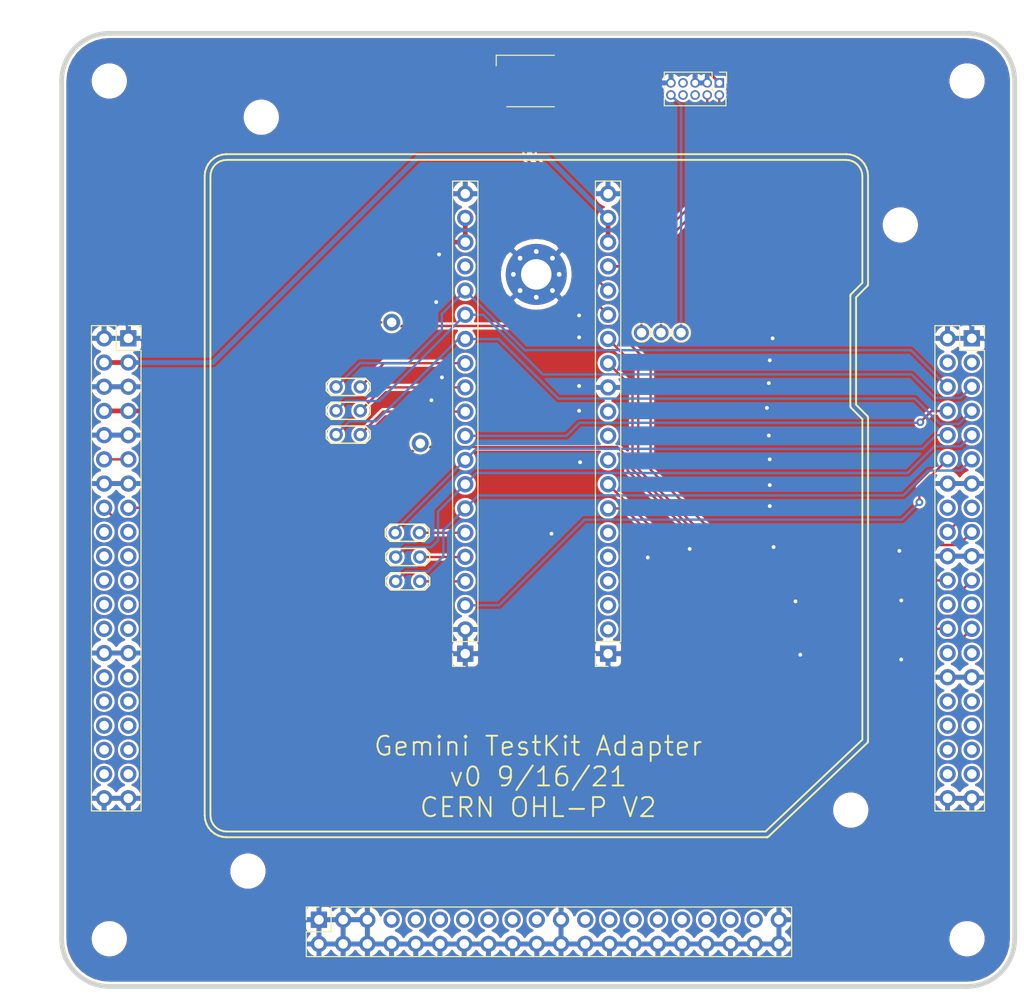
<source format=kicad_pcb>
(kicad_pcb (version 20171130) (host pcbnew "(5.1.10-1-10_14)")
  (title_block (title "Castor & Pollux: testkit-adapter") (date 2021-02-27) (rev v3) (company Winterbloom) (comment 1 gemini.wntr.dev) (comment 2 "CERN-OHL-P v2"))
  (layers (0 F.Cu signal) (31 B.Cu signal) (34 B.Paste user) (35 F.Paste user) (36 B.SilkS user) (37 F.SilkS user) (38 B.Mask user) (39 F.Mask user) (44 Edge.Cuts user))
  (net 0 "")
  (net 1 GND)
  (net 2 -12V)
  (net 3 +12V)
  (net 4 +3V3)
  (net 5 /dotstar_data)
  (net 6 /dotstar_clk)
  (net 7 "Net-(J3-Pad10)")
  (net 8 "Net-(J3-Pad8)")
  (net 9 "Net-(J3-Pad7)")
  (net 10 "Net-(J3-Pad6)")
  (net 11 "Net-(J3-Pad4)")
  (net 12 "Net-(J3-Pad2)")
  (net 13 "Net-(D1-Pad6)")
  (net 14 "Net-(D1-Pad5)")
  (net 15 /pollux_ramp_mix_in)
  (net 16 /pollux_pwm_mix_in)
  (net 17 /pollux_sub_mix_in)
  (net 18 /castor_ramp_mix_in)
  (net 19 /castor_pwm_mix_in)
  (net 20 /castor_sub_mix_in)
  (net 21 /duty_a_pot)
  (net 22 /duty_b_pot)
  (net 23 /duty_b_jack)
  (net 24 /button)
  (net 25 /duty_a_jack)
  (net 26 /mix_pot_out)
  (net 27 /mix_pot_in)
  (net 28 /mix_out)
  (net 29 "Net-(J4-Pad38)")
  (net 30 "Net-(J4-Pad37)")
  (net 31 "Net-(J5-Pad37)")
  (net 32 "Net-(J5-Pad35)")
  (net 33 "Net-(J5-Pad33)")
  (net 34 "Net-(J5-Pad31)")
  (net 35 "Net-(J5-Pad19)")
  (net 36 "Net-(J5-Pad17)")
  (net 37 "Net-(J5-Pad15)")
  (net 38 "Net-(J5-Pad13)")
  (net 39 "Net-(J5-Pad11)")
  (net 40 "Net-(J5-Pad9)")
  (net 41 "Net-(J5-Pad7)")
  (net 42 "Net-(H2-Pad1)")
  (net 43 "Net-(H3-Pad1)")
  (net 44 "Net-(H4-Pad1)")
  (net 45 "Net-(H5-Pad1)")
  (net 46 /board_3v3)
  (net 47 /board_3v3a)
  (net 48 A19)
  (net 49 A20)
  (net 50 A17)
  (net 51 A18)
  (net 52 A16)
  (net 53 A15)
  (net 54 A14)
  (net 55 A13)
  (net 56 A12*)
  (net 57 A11*)
  (net 58 A10*)
  (net 59 A9*)
  (net 60 A8*)
  (net 61 A7*)
  (net 62 A6*)
  (net 63 A5*)
  (net 64 A4*)
  (net 65 A3*)
  (net 66 A2*)
  (net 67 A1*)
  (net 68 DAC_3D)
  (net 69 DAC_3C)
  (net 70 DAC_3A)
  (net 71 DAC_3B)
  (net 72 DAC_4D)
  (net 73 DAC_4C)
  (net 74 DAC_4A)
  (net 75 DAC_4B)
  (net 76 DAC_1D)
  (net 77 DAC_1C)
  (net 78 DAC_1A)
  (net 79 DAC_1B)
  (net 80 DAC_2D)
  (net 81 DAC_2C)
  (net 82 DAC_2A)
  (net 83 DAC_2B)
  (net 84 OSC_C)
  (net 85 OSC_D)
  (net 86 AUDIO_IN_1D)
  (net 87 AUDIO_IN_1C)
  (net 88 AUDIO_IN_1A)
  (net 89 AUDIO_IN_1B)
  (net 90 AUDIO_IN_2D)
  (net 91 AUDIO_IN_2C)
  (net 92 AUDIO_IN_2A)
  (net 93 AUDIO_IN_2B)
  (net 94 AUDIO_OUT_R)
  (net 95 AUDIO_OUT_L)
  (net 96 "Net-(H6-Pad1)")
  (net 97 "Net-(H7-Pad1)")
  (net 98 "Net-(H8-Pad1)")
  (net 99 "Net-(H9-Pad1)")
  (net 100 SERIAL1.3)
  (net 101 SERIAL1.2)
  (net 102 SERIAL1.1)
  (net 103 SERIAL1.0)
  (module MountingHole:MountingHole_3.2mm_M3 (layer F.Cu) (at 157.8 130.5)
    (fp_text reference H9 hide)
    (fp_text value M3 hide)
    (pad 1 np_thru_hole circle (at 0 0) (size 3.2 3.2) (drill 3.2) (layers *.Cu *.Mask) (net 99 "Net-(H9-Pad1)"))
  )
  (module MountingHole:MountingHole_3.2mm_M3 (layer F.Cu) (at 163 69.1)
    (fp_text reference H8 hide)
    (fp_text value M3 hide)
    (pad 1 np_thru_hole circle (at 0 0) (size 3.2 3.2) (drill 3.2) (layers *.Cu *.Mask) (net 98 "Net-(H8-Pad1)"))
  )
  (module MountingHole:MountingHole_3.2mm_M3 (layer F.Cu) (at 94.55 136.9)
    (fp_text reference H7 hide)
    (fp_text value M3 hide)
    (pad 1 np_thru_hole circle (at 0 0) (size 3.2 3.2) (drill 3.2) (layers *.Cu *.Mask) (net 97 "Net-(H7-Pad1)"))
  )
  (module MountingHole:MountingHole_3.2mm_M3 (layer F.Cu) (at 95.95 57.8)
    (fp_text reference H6 hide)
    (fp_text value M3 hide)
    (pad 1 np_thru_hole circle (at 0 0) (size 3.2 3.2) (drill 3.2) (layers *.Cu *.Mask) (net 96 "Net-(H6-Pad1)"))
  )
  (module TestPoint:TestPoint_2Pads_Pitch2.54mm_Drill0.8mm (layer F.Cu) (at 110.05 106.5)
    (fp_text reference JP6 hide)
    (fp_text value "C Sub Mix" hide)
    (pad 2 thru_hole circle (at 2.54 0) (size 1.4 1.4) (drill 0.8) (layers *.Cu *.Mask) (net 20 /castor_sub_mix_in))
    (pad 1 thru_hole circle (at 0 0) (size 1.4 1.4) (drill 0.8) (layers *.Cu *.Mask) (net 87 AUDIO_IN_1C))
  )
  (module TestPoint:TestPoint_2Pads_Pitch2.54mm_Drill0.8mm (layer F.Cu) (at 110.05 103.95)
    (fp_text reference JP5 hide)
    (fp_text value "C Pulse Mix" hide)
    (pad 2 thru_hole circle (at 2.54 0) (size 1.4 1.4) (drill 0.8) (layers *.Cu *.Mask) (net 19 /castor_pwm_mix_in))
    (pad 1 thru_hole circle (at 0 0) (size 1.4 1.4) (drill 0.8) (layers *.Cu *.Mask) (net 89 AUDIO_IN_1B))
  )
  (module TestPoint:TestPoint_2Pads_Pitch2.54mm_Drill0.8mm (layer F.Cu) (at 110 101.4)
    (fp_text reference JP4 hide)
    (fp_text value "C Ramp Mix" hide)
    (pad 2 thru_hole circle (at 2.54 0) (size 1.4 1.4) (drill 0.8) (layers *.Cu *.Mask) (net 18 /castor_ramp_mix_in))
    (pad 1 thru_hole circle (at 0 0) (size 1.4 1.4) (drill 0.8) (layers *.Cu *.Mask) (net 88 AUDIO_IN_1A))
  )
  (module TestPoint:TestPoint_2Pads_Pitch2.54mm_Drill0.8mm (layer F.Cu) (at 103.8 91.1)
    (fp_text reference JP3 hide)
    (fp_text value "P Sub Mix" hide)
    (pad 2 thru_hole circle (at 2.54 0) (size 1.4 1.4) (drill 0.8) (layers *.Cu *.Mask) (net 17 /pollux_sub_mix_in))
    (pad 1 thru_hole circle (at 0 0) (size 1.4 1.4) (drill 0.8) (layers *.Cu *.Mask) (net 91 AUDIO_IN_2C))
  )
  (module TestPoint:TestPoint_2Pads_Pitch2.54mm_Drill0.8mm (layer F.Cu) (at 103.8 88.6)
    (fp_text reference JP2 hide)
    (fp_text value "P Pulse Mix" hide)
    (pad 2 thru_hole circle (at 2.54 0) (size 1.4 1.4) (drill 0.8) (layers *.Cu *.Mask) (net 16 /pollux_pwm_mix_in))
    (pad 1 thru_hole circle (at 0 0) (size 1.4 1.4) (drill 0.8) (layers *.Cu *.Mask) (net 93 AUDIO_IN_2B))
  )
  (module TestPoint:TestPoint_2Pads_Pitch2.54mm_Drill0.8mm (layer F.Cu) (at 103.8 86.1)
    (fp_text reference JP1 hide)
    (fp_text value "P Ramp Mix" hide)
    (pad 2 thru_hole circle (at 2.54 0) (size 1.4 1.4) (drill 0.8) (layers *.Cu *.Mask) (net 15 /pollux_ramp_mix_in))
    (pad 1 thru_hole circle (at 0 0) (size 1.4 1.4) (drill 0.8) (layers *.Cu *.Mask) (net 92 AUDIO_IN_2A))
  )
  (module TestPoint:TestPoint_THTPad_D1.5mm_Drill0.7mm (layer F.Cu) (at 109.63194 79.32362)
    (fp_text reference TP4 hide)
    (fp_text value "CORE A" hide)
    (pad 1 thru_hole circle (at 0 0) (size 1.8 1.8) (drill 1) (layers *.Cu *.Mask) (net 67 A1*))
  )
  (module TestPoint:TestPoint_THTPad_D1.5mm_Drill0.7mm (layer F.Cu) (at 112.63676 92.03124)
    (fp_text reference TP5 hide)
    (fp_text value "CORE B" hide)
    (pad 1 thru_hole circle (at 0 0) (size 1.8 1.8) (drill 1) (layers *.Cu *.Mask) (net 66 A2*))
  )
  (module TestPoint:TestPoint_THTPad_D1.5mm_Drill0.7mm (layer F.Cu) (at 135.8422 80.4082)
    (fp_text reference TP1 hide)
    (fp_text value SWCLK hide)
    (pad 1 thru_hole circle (at 0 0) (size 1.6 1.6) (drill 1) (layers *.Cu *.Mask) (net 11 "Net-(J3-Pad4)"))
  )
  (module TestPoint:TestPoint_THTPad_D1.5mm_Drill0.7mm (layer F.Cu) (at 137.8869 80.4082)
    (fp_text reference TP2 hide)
    (fp_text value SWDIO hide)
    (pad 1 thru_hole circle (at 0 0) (size 1.6 1.6) (drill 1) (layers *.Cu *.Mask) (net 12 "Net-(J3-Pad2)"))
  )
  (module TestPoint:TestPoint_THTPad_D1.5mm_Drill0.7mm (layer F.Cu) (at 139.9951 80.4082)
    (fp_text reference TP3 hide)
    (fp_text value RESET hide)
    (pad 1 thru_hole circle (at 0 0) (size 1.6 1.6) (drill 1) (layers *.Cu *.Mask) (net 7 "Net-(J3-Pad10)"))
  )
  (module MountingHole:MountingHole_3.2mm_M3 (layer F.Cu) (at 80 144)
    (fp_text reference H5 hide)
    (fp_text value M3 hide)
    (pad 1 np_thru_hole circle (at 0 0) (size 3.2 3.2) (drill 3.2) (layers *.Cu *.Mask) (net 45 "Net-(H5-Pad1)"))
  )
  (module MountingHole:MountingHole_3.2mm_M3 (layer F.Cu) (at 170 54)
    (fp_text reference H4 hide)
    (fp_text value M3 hide)
    (pad 1 np_thru_hole circle (at 0 0) (size 3.2 3.2) (drill 3.2) (layers *.Cu *.Mask) (net 44 "Net-(H4-Pad1)"))
  )
  (module MountingHole:MountingHole_3.2mm_M3 (layer F.Cu) (at 170 144)
    (fp_text reference H3 hide)
    (fp_text value M3 hide)
    (pad 1 np_thru_hole circle (at 0 0) (size 3.2 3.2) (drill 3.2) (layers *.Cu *.Mask) (net 43 "Net-(H3-Pad1)"))
  )
  (module MountingHole:MountingHole_3.2mm_M3 (layer F.Cu) (at 80 54)
    (fp_text reference H2 hide)
    (fp_text value M3 hide)
    (pad 1 np_thru_hole circle (at 0 0) (size 3.2 3.2) (drill 3.2) (layers *.Cu *.Mask) (net 42 "Net-(H2-Pad1)"))
  )
  (module Connector_PinSocket_2.54mm:PinSocket_2x20_P2.54mm_Vertical (layer F.Cu) (at 170.5 81)
    (fp_text reference J6 hide)
    (fp_text value Right hide)
    (pad 40 thru_hole oval (at -2.54 48.26) (size 1.7 1.7) (drill 1) (layers *.Cu *.Mask) (net 1 GND))
    (pad 39 thru_hole oval (at 0 48.26) (size 1.7 1.7) (drill 1) (layers *.Cu *.Mask) (net 1 GND))
    (pad 38 thru_hole oval (at -2.54 45.72) (size 1.7 1.7) (drill 1) (layers *.Cu *.Mask) (net 68 DAC_3D))
    (pad 37 thru_hole oval (at 0 45.72) (size 1.7 1.7) (drill 1) (layers *.Cu *.Mask) (net 69 DAC_3C))
    (pad 36 thru_hole oval (at -2.54 43.18) (size 1.7 1.7) (drill 1) (layers *.Cu *.Mask) (net 70 DAC_3A))
    (pad 35 thru_hole oval (at 0 43.18) (size 1.7 1.7) (drill 1) (layers *.Cu *.Mask) (net 71 DAC_3B))
    (pad 34 thru_hole oval (at -2.54 40.64) (size 1.7 1.7) (drill 1) (layers *.Cu *.Mask) (net 72 DAC_4D))
    (pad 33 thru_hole oval (at 0 40.64) (size 1.7 1.7) (drill 1) (layers *.Cu *.Mask) (net 73 DAC_4C))
    (pad 32 thru_hole oval (at -2.54 38.1) (size 1.7 1.7) (drill 1) (layers *.Cu *.Mask) (net 74 DAC_4A))
    (pad 31 thru_hole oval (at 0 38.1) (size 1.7 1.7) (drill 1) (layers *.Cu *.Mask) (net 75 DAC_4B))
    (pad 30 thru_hole oval (at -2.54 35.56) (size 1.7 1.7) (drill 1) (layers *.Cu *.Mask) (net 1 GND))
    (pad 29 thru_hole oval (at 0 35.56) (size 1.7 1.7) (drill 1) (layers *.Cu *.Mask) (net 1 GND))
    (pad 28 thru_hole oval (at -2.54 33.02) (size 1.7 1.7) (drill 1) (layers *.Cu *.Mask) (net 76 DAC_1D))
    (pad 27 thru_hole oval (at 0 33.02) (size 1.7 1.7) (drill 1) (layers *.Cu *.Mask) (net 77 DAC_1C))
    (pad 26 thru_hole oval (at -2.54 30.48) (size 1.7 1.7) (drill 1) (layers *.Cu *.Mask) (net 78 DAC_1A))
    (pad 25 thru_hole oval (at 0 30.48) (size 1.7 1.7) (drill 1) (layers *.Cu *.Mask) (net 79 DAC_1B))
    (pad 24 thru_hole oval (at -2.54 27.94) (size 1.7 1.7) (drill 1) (layers *.Cu *.Mask) (net 80 DAC_2D))
    (pad 23 thru_hole oval (at 0 27.94) (size 1.7 1.7) (drill 1) (layers *.Cu *.Mask) (net 81 DAC_2C))
    (pad 22 thru_hole oval (at -2.54 25.4) (size 1.7 1.7) (drill 1) (layers *.Cu *.Mask) (net 82 DAC_2A))
    (pad 21 thru_hole oval (at 0 25.4) (size 1.7 1.7) (drill 1) (layers *.Cu *.Mask) (net 83 DAC_2B))
    (pad 20 thru_hole oval (at -2.54 22.86) (size 1.7 1.7) (drill 1) (layers *.Cu *.Mask) (net 1 GND))
    (pad 19 thru_hole oval (at 0 22.86) (size 1.7 1.7) (drill 1) (layers *.Cu *.Mask) (net 1 GND))
    (pad 18 thru_hole oval (at -2.54 20.32) (size 1.7 1.7) (drill 1) (layers *.Cu *.Mask) (net 66 A2*))
    (pad 17 thru_hole oval (at 0 20.32) (size 1.7 1.7) (drill 1) (layers *.Cu *.Mask) (net 67 A1*))
    (pad 16 thru_hole oval (at -2.54 17.78) (size 1.7 1.7) (drill 1) (layers *.Cu *.Mask) (net 84 OSC_C))
    (pad 15 thru_hole oval (at 0 17.78) (size 1.7 1.7) (drill 1) (layers *.Cu *.Mask) (net 85 OSC_D))
    (pad 14 thru_hole oval (at -2.54 15.24) (size 1.7 1.7) (drill 1) (layers *.Cu *.Mask) (net 1 GND))
    (pad 13 thru_hole oval (at 0 15.24) (size 1.7 1.7) (drill 1) (layers *.Cu *.Mask) (net 1 GND))
    (pad 12 thru_hole oval (at -2.54 12.7) (size 1.7 1.7) (drill 1) (layers *.Cu *.Mask) (net 86 AUDIO_IN_1D))
    (pad 11 thru_hole oval (at 0 12.7) (size 1.7 1.7) (drill 1) (layers *.Cu *.Mask) (net 87 AUDIO_IN_1C))
    (pad 10 thru_hole oval (at -2.54 10.16) (size 1.7 1.7) (drill 1) (layers *.Cu *.Mask) (net 88 AUDIO_IN_1A))
    (pad 9 thru_hole oval (at 0 10.16) (size 1.7 1.7) (drill 1) (layers *.Cu *.Mask) (net 89 AUDIO_IN_1B))
    (pad 8 thru_hole oval (at -2.54 7.62) (size 1.7 1.7) (drill 1) (layers *.Cu *.Mask) (net 90 AUDIO_IN_2D))
    (pad 7 thru_hole oval (at 0 7.62) (size 1.7 1.7) (drill 1) (layers *.Cu *.Mask) (net 91 AUDIO_IN_2C))
    (pad 6 thru_hole oval (at -2.54 5.08) (size 1.7 1.7) (drill 1) (layers *.Cu *.Mask) (net 92 AUDIO_IN_2A))
    (pad 5 thru_hole oval (at 0 5.08) (size 1.7 1.7) (drill 1) (layers *.Cu *.Mask) (net 93 AUDIO_IN_2B))
    (pad 4 thru_hole oval (at -2.54 2.54) (size 1.7 1.7) (drill 1) (layers *.Cu *.Mask) (net 94 AUDIO_OUT_R))
    (pad 3 thru_hole oval (at 0 2.54) (size 1.7 1.7) (drill 1) (layers *.Cu *.Mask) (net 95 AUDIO_OUT_L))
    (pad 2 thru_hole oval (at -2.54 0) (size 1.7 1.7) (drill 1) (layers *.Cu *.Mask) (net 1 GND))
    (pad 1 thru_hole rect (at 0 0) (size 1.7 1.7) (drill 1) (layers *.Cu *.Mask) (net 1 GND))
  )
  (module Connector_PinSocket_2.54mm:PinSocket_2x20_P2.54mm_Vertical (layer F.Cu) (at 102 142 90)
    (fp_text reference J5 hide)
    (fp_text value Bottom hide)
    (pad 40 thru_hole oval (at -2.54 48.26 90) (size 1.7 1.7) (drill 1) (layers *.Cu *.Mask) (net 1 GND))
    (pad 39 thru_hole oval (at 0 48.26 90) (size 1.7 1.7) (drill 1) (layers *.Cu *.Mask) (net 1 GND))
    (pad 38 thru_hole oval (at -2.54 45.72 90) (size 1.7 1.7) (drill 1) (layers *.Cu *.Mask) (net 1 GND))
    (pad 37 thru_hole oval (at 0 45.72 90) (size 1.7 1.7) (drill 1) (layers *.Cu *.Mask) (net 31 "Net-(J5-Pad37)"))
    (pad 36 thru_hole oval (at -2.54 43.18 90) (size 1.7 1.7) (drill 1) (layers *.Cu *.Mask) (net 1 GND))
    (pad 35 thru_hole oval (at 0 43.18 90) (size 1.7 1.7) (drill 1) (layers *.Cu *.Mask) (net 32 "Net-(J5-Pad35)"))
    (pad 34 thru_hole oval (at -2.54 40.64 90) (size 1.7 1.7) (drill 1) (layers *.Cu *.Mask) (net 1 GND))
    (pad 33 thru_hole oval (at 0 40.64 90) (size 1.7 1.7) (drill 1) (layers *.Cu *.Mask) (net 33 "Net-(J5-Pad33)"))
    (pad 32 thru_hole oval (at -2.54 38.1 90) (size 1.7 1.7) (drill 1) (layers *.Cu *.Mask) (net 1 GND))
    (pad 31 thru_hole oval (at 0 38.1 90) (size 1.7 1.7) (drill 1) (layers *.Cu *.Mask) (net 34 "Net-(J5-Pad31)"))
    (pad 30 thru_hole oval (at -2.54 35.56 90) (size 1.7 1.7) (drill 1) (layers *.Cu *.Mask) (net 1 GND))
    (pad 29 thru_hole oval (at 0 35.56 90) (size 1.7 1.7) (drill 1) (layers *.Cu *.Mask) (net 100 SERIAL1.3))
    (pad 28 thru_hole oval (at -2.54 33.02 90) (size 1.7 1.7) (drill 1) (layers *.Cu *.Mask) (net 1 GND))
    (pad 27 thru_hole oval (at 0 33.02 90) (size 1.7 1.7) (drill 1) (layers *.Cu *.Mask) (net 101 SERIAL1.2))
    (pad 26 thru_hole oval (at -2.54 30.48 90) (size 1.7 1.7) (drill 1) (layers *.Cu *.Mask) (net 1 GND))
    (pad 25 thru_hole oval (at 0 30.48 90) (size 1.7 1.7) (drill 1) (layers *.Cu *.Mask) (net 102 SERIAL1.1))
    (pad 24 thru_hole oval (at -2.54 27.94 90) (size 1.7 1.7) (drill 1) (layers *.Cu *.Mask) (net 1 GND))
    (pad 23 thru_hole oval (at 0 27.94 90) (size 1.7 1.7) (drill 1) (layers *.Cu *.Mask) (net 103 SERIAL1.0))
    (pad 22 thru_hole oval (at -2.54 25.4 90) (size 1.7 1.7) (drill 1) (layers *.Cu *.Mask) (net 1 GND))
    (pad 21 thru_hole oval (at 0 25.4 90) (size 1.7 1.7) (drill 1) (layers *.Cu *.Mask) (net 1 GND))
    (pad 20 thru_hole oval (at -2.54 22.86 90) (size 1.7 1.7) (drill 1) (layers *.Cu *.Mask) (net 1 GND))
    (pad 19 thru_hole oval (at 0 22.86 90) (size 1.7 1.7) (drill 1) (layers *.Cu *.Mask) (net 35 "Net-(J5-Pad19)"))
    (pad 18 thru_hole oval (at -2.54 20.32 90) (size 1.7 1.7) (drill 1) (layers *.Cu *.Mask) (net 1 GND))
    (pad 17 thru_hole oval (at 0 20.32 90) (size 1.7 1.7) (drill 1) (layers *.Cu *.Mask) (net 36 "Net-(J5-Pad17)"))
    (pad 16 thru_hole oval (at -2.54 17.78 90) (size 1.7 1.7) (drill 1) (layers *.Cu *.Mask) (net 1 GND))
    (pad 15 thru_hole oval (at 0 17.78 90) (size 1.7 1.7) (drill 1) (layers *.Cu *.Mask) (net 37 "Net-(J5-Pad15)"))
    (pad 14 thru_hole oval (at -2.54 15.24 90) (size 1.7 1.7) (drill 1) (layers *.Cu *.Mask) (net 1 GND))
    (pad 13 thru_hole oval (at 0 15.24 90) (size 1.7 1.7) (drill 1) (layers *.Cu *.Mask) (net 38 "Net-(J5-Pad13)"))
    (pad 12 thru_hole oval (at -2.54 12.7 90) (size 1.7 1.7) (drill 1) (layers *.Cu *.Mask) (net 1 GND))
    (pad 11 thru_hole oval (at 0 12.7 90) (size 1.7 1.7) (drill 1) (layers *.Cu *.Mask) (net 39 "Net-(J5-Pad11)"))
    (pad 10 thru_hole oval (at -2.54 10.16 90) (size 1.7 1.7) (drill 1) (layers *.Cu *.Mask) (net 1 GND))
    (pad 9 thru_hole oval (at 0 10.16 90) (size 1.7 1.7) (drill 1) (layers *.Cu *.Mask) (net 40 "Net-(J5-Pad9)"))
    (pad 8 thru_hole oval (at -2.54 7.62 90) (size 1.7 1.7) (drill 1) (layers *.Cu *.Mask) (net 1 GND))
    (pad 7 thru_hole oval (at 0 7.62 90) (size 1.7 1.7) (drill 1) (layers *.Cu *.Mask) (net 41 "Net-(J5-Pad7)"))
    (pad 6 thru_hole oval (at -2.54 5.08 90) (size 1.7 1.7) (drill 1) (layers *.Cu *.Mask) (net 1 GND))
    (pad 5 thru_hole oval (at 0 5.08 90) (size 1.7 1.7) (drill 1) (layers *.Cu *.Mask) (net 1 GND))
    (pad 4 thru_hole oval (at -2.54 2.54 90) (size 1.7 1.7) (drill 1) (layers *.Cu *.Mask) (net 1 GND))
    (pad 3 thru_hole oval (at 0 2.54 90) (size 1.7 1.7) (drill 1) (layers *.Cu *.Mask) (net 1 GND))
    (pad 2 thru_hole oval (at -2.54 0 90) (size 1.7 1.7) (drill 1) (layers *.Cu *.Mask) (net 1 GND))
    (pad 1 thru_hole rect (at 0 0 90) (size 1.7 1.7) (drill 1) (layers *.Cu *.Mask) (net 1 GND))
  )
  (module Connector_PinSocket_2.54mm:PinSocket_2x20_P2.54mm_Vertical (layer F.Cu) (at 82 81)
    (fp_text reference J4 hide)
    (fp_text value Left hide)
    (pad 40 thru_hole oval (at -2.54 48.26) (size 1.7 1.7) (drill 1) (layers *.Cu *.Mask) (net 1 GND))
    (pad 39 thru_hole oval (at 0 48.26) (size 1.7 1.7) (drill 1) (layers *.Cu *.Mask) (net 1 GND))
    (pad 38 thru_hole oval (at -2.54 45.72) (size 1.7 1.7) (drill 1) (layers *.Cu *.Mask) (net 29 "Net-(J4-Pad38)"))
    (pad 37 thru_hole oval (at 0 45.72) (size 1.7 1.7) (drill 1) (layers *.Cu *.Mask) (net 30 "Net-(J4-Pad37)"))
    (pad 36 thru_hole oval (at -2.54 43.18) (size 1.7 1.7) (drill 1) (layers *.Cu *.Mask) (net 48 A19))
    (pad 35 thru_hole oval (at 0 43.18) (size 1.7 1.7) (drill 1) (layers *.Cu *.Mask) (net 49 A20))
    (pad 34 thru_hole oval (at -2.54 40.64) (size 1.7 1.7) (drill 1) (layers *.Cu *.Mask) (net 50 A17))
    (pad 33 thru_hole oval (at 0 40.64) (size 1.7 1.7) (drill 1) (layers *.Cu *.Mask) (net 51 A18))
    (pad 32 thru_hole oval (at -2.54 38.1) (size 1.7 1.7) (drill 1) (layers *.Cu *.Mask) (net 52 A16))
    (pad 31 thru_hole oval (at 0 38.1) (size 1.7 1.7) (drill 1) (layers *.Cu *.Mask) (net 53 A15))
    (pad 30 thru_hole oval (at -2.54 35.56) (size 1.7 1.7) (drill 1) (layers *.Cu *.Mask) (net 54 A14))
    (pad 29 thru_hole oval (at 0 35.56) (size 1.7 1.7) (drill 1) (layers *.Cu *.Mask) (net 55 A13))
    (pad 28 thru_hole oval (at -2.54 33.02) (size 1.7 1.7) (drill 1) (layers *.Cu *.Mask) (net 1 GND))
    (pad 27 thru_hole oval (at 0 33.02) (size 1.7 1.7) (drill 1) (layers *.Cu *.Mask) (net 1 GND))
    (pad 26 thru_hole oval (at -2.54 30.48) (size 1.7 1.7) (drill 1) (layers *.Cu *.Mask) (net 56 A12*))
    (pad 25 thru_hole oval (at 0 30.48) (size 1.7 1.7) (drill 1) (layers *.Cu *.Mask) (net 57 A11*))
    (pad 24 thru_hole oval (at -2.54 27.94) (size 1.7 1.7) (drill 1) (layers *.Cu *.Mask) (net 58 A10*))
    (pad 23 thru_hole oval (at 0 27.94) (size 1.7 1.7) (drill 1) (layers *.Cu *.Mask) (net 59 A9*))
    (pad 22 thru_hole oval (at -2.54 25.4) (size 1.7 1.7) (drill 1) (layers *.Cu *.Mask) (net 60 A8*))
    (pad 21 thru_hole oval (at 0 25.4) (size 1.7 1.7) (drill 1) (layers *.Cu *.Mask) (net 61 A7*))
    (pad 20 thru_hole oval (at -2.54 22.86) (size 1.7 1.7) (drill 1) (layers *.Cu *.Mask) (net 62 A6*))
    (pad 19 thru_hole oval (at 0 22.86) (size 1.7 1.7) (drill 1) (layers *.Cu *.Mask) (net 63 A5*))
    (pad 18 thru_hole oval (at -2.54 20.32) (size 1.7 1.7) (drill 1) (layers *.Cu *.Mask) (net 64 A4*))
    (pad 17 thru_hole oval (at 0 20.32) (size 1.7 1.7) (drill 1) (layers *.Cu *.Mask) (net 65 A3*))
    (pad 16 thru_hole oval (at -2.54 17.78) (size 1.7 1.7) (drill 1) (layers *.Cu *.Mask) (net 66 A2*))
    (pad 15 thru_hole oval (at 0 17.78) (size 1.7 1.7) (drill 1) (layers *.Cu *.Mask) (net 67 A1*))
    (pad 14 thru_hole oval (at -2.54 15.24) (size 1.7 1.7) (drill 1) (layers *.Cu *.Mask) (net 1 GND))
    (pad 13 thru_hole oval (at 0 15.24) (size 1.7 1.7) (drill 1) (layers *.Cu *.Mask) (net 1 GND))
    (pad 12 thru_hole oval (at -2.54 12.7) (size 1.7 1.7) (drill 1) (layers *.Cu *.Mask) (net 4 +3V3))
    (pad 11 thru_hole oval (at 0 12.7) (size 1.7 1.7) (drill 1) (layers *.Cu *.Mask) (net 4 +3V3))
    (pad 10 thru_hole oval (at -2.54 10.16) (size 1.7 1.7) (drill 1) (layers *.Cu *.Mask) (net 1 GND))
    (pad 9 thru_hole oval (at 0 10.16) (size 1.7 1.7) (drill 1) (layers *.Cu *.Mask) (net 1 GND))
    (pad 8 thru_hole oval (at -2.54 7.62) (size 1.7 1.7) (drill 1) (layers *.Cu *.Mask) (net 2 -12V))
    (pad 7 thru_hole oval (at 0 7.62) (size 1.7 1.7) (drill 1) (layers *.Cu *.Mask) (net 2 -12V))
    (pad 6 thru_hole oval (at -2.54 5.08) (size 1.7 1.7) (drill 1) (layers *.Cu *.Mask) (net 1 GND))
    (pad 5 thru_hole oval (at 0 5.08) (size 1.7 1.7) (drill 1) (layers *.Cu *.Mask) (net 1 GND))
    (pad 4 thru_hole oval (at -2.54 2.54) (size 1.7 1.7) (drill 1) (layers *.Cu *.Mask) (net 3 +12V))
    (pad 3 thru_hole oval (at 0 2.54) (size 1.7 1.7) (drill 1) (layers *.Cu *.Mask) (net 3 +12V))
    (pad 2 thru_hole oval (at -2.54 0) (size 1.7 1.7) (drill 1) (layers *.Cu *.Mask) (net 1 GND))
    (pad 1 thru_hole rect (at 0 0) (size 1.7 1.7) (drill 1) (layers *.Cu *.Mask) (net 1 GND))
  )
  (module MountingHole:MountingHole_3.2mm_M3_Pad_Via (layer F.Cu) (at 124.80112 74.29188)
    (fp_text reference H1 hide)
    (fp_text value M3 hide)
    (pad 1 thru_hole circle (at 1.697056 -1.697056) (size 0.8 0.8) (drill 0.5) (layers *.Cu *.Mask) (net 1 GND))
    (pad 1 thru_hole circle (at 0 -2.4) (size 0.8 0.8) (drill 0.5) (layers *.Cu *.Mask) (net 1 GND))
    (pad 1 thru_hole circle (at -1.697056 -1.697056) (size 0.8 0.8) (drill 0.5) (layers *.Cu *.Mask) (net 1 GND))
    (pad 1 thru_hole circle (at -2.4 0) (size 0.8 0.8) (drill 0.5) (layers *.Cu *.Mask) (net 1 GND))
    (pad 1 thru_hole circle (at -1.697056 1.697056) (size 0.8 0.8) (drill 0.5) (layers *.Cu *.Mask) (net 1 GND))
    (pad 1 thru_hole circle (at 0 2.4) (size 0.8 0.8) (drill 0.5) (layers *.Cu *.Mask) (net 1 GND))
    (pad 1 thru_hole circle (at 1.697056 1.697056) (size 0.8 0.8) (drill 0.5) (layers *.Cu *.Mask) (net 1 GND))
    (pad 1 thru_hole circle (at 2.4 0) (size 0.8 0.8) (drill 0.5) (layers *.Cu *.Mask) (net 1 GND))
    (pad 1 thru_hole circle (at 0 0) (size 6.4 6.4) (drill 3.2) (layers *.Cu *.Mask) (net 1 GND))
  )
  (module LED_SMD:LED_RGB_5050-6 (layer F.Cu) (at 124.2 54)
    (fp_text reference D1 hide)
    (fp_text value DOTSTAR hide)
    (pad 6 smd rect (at 2.4 -1.7 90) (size 1.1 2) (layers F.Cu F.Paste F.Mask) (net 13 "Net-(D1-Pad6)"))
    (pad 5 smd rect (at 2.4 0 90) (size 1.1 2) (layers F.Cu F.Paste F.Mask) (net 14 "Net-(D1-Pad5)"))
    (pad 4 smd rect (at 2.4 1.7 90) (size 1.1 2) (layers F.Cu F.Paste F.Mask) (net 46 /board_3v3))
    (pad 3 smd rect (at -2.4 1.7 90) (size 1.1 2) (layers F.Cu F.Paste F.Mask) (net 1 GND))
    (pad 2 smd rect (at -2.4 0 90) (size 1.1 2) (layers F.Cu F.Paste F.Mask) (net 6 /dotstar_clk))
    (pad 1 smd rect (at -2.4 -1.7 90) (size 1.1 2) (layers F.Cu F.Paste F.Mask) (net 5 /dotstar_data))
  )
  (module Connector_PinHeader_1.27mm:PinHeader_2x05_P1.27mm_Vertical (layer F.Cu) (at 144.01 54.2 270)
    (fp_text reference J3 hide)
    (fp_text value SWD hide)
    (pad 10 thru_hole oval (at 1.27 5.08 270) (size 1 1) (drill 0.65) (layers *.Cu *.Mask) (net 7 "Net-(J3-Pad10)"))
    (pad 9 thru_hole oval (at 0 5.08 270) (size 1 1) (drill 0.65) (layers *.Cu *.Mask) (net 1 GND))
    (pad 8 thru_hole oval (at 1.27 3.81 270) (size 1 1) (drill 0.65) (layers *.Cu *.Mask) (net 8 "Net-(J3-Pad8)"))
    (pad 7 thru_hole oval (at 0 3.81 270) (size 1 1) (drill 0.65) (layers *.Cu *.Mask) (net 9 "Net-(J3-Pad7)"))
    (pad 6 thru_hole oval (at 1.27 2.54 270) (size 1 1) (drill 0.65) (layers *.Cu *.Mask) (net 10 "Net-(J3-Pad6)"))
    (pad 5 thru_hole oval (at 0 2.54 270) (size 1 1) (drill 0.65) (layers *.Cu *.Mask) (net 1 GND))
    (pad 4 thru_hole oval (at 1.27 1.27 270) (size 1 1) (drill 0.65) (layers *.Cu *.Mask) (net 11 "Net-(J3-Pad4)"))
    (pad 3 thru_hole oval (at 0 1.27 270) (size 1 1) (drill 0.65) (layers *.Cu *.Mask) (net 1 GND))
    (pad 2 thru_hole oval (at 1.27 0 270) (size 1 1) (drill 0.65) (layers *.Cu *.Mask) (net 12 "Net-(J3-Pad2)"))
    (pad 1 thru_hole rect (at 0 0 270) (size 1 1) (drill 0.65) (layers *.Cu *.Mask) (net 46 /board_3v3))
  )
  (module Connector_PinSocket_2.54mm:PinSocket_1x20_P2.54mm_Vertical (layer F.Cu) (at 132.337 114.0886 180)
    (fp_text reference J2 hide)
    (fp_text value RIGHT hide)
    (pad 20 thru_hole oval (at 0 48.26 180) (size 1.7 1.7) (drill 1) (layers *.Cu *.Mask) (net 1 GND))
    (pad 19 thru_hole oval (at 0 45.72 180) (size 1.7 1.7) (drill 1) (layers *.Cu *.Mask) (net 3 +12V))
    (pad 18 thru_hole oval (at 0 43.18 180) (size 1.7 1.7) (drill 1) (layers *.Cu *.Mask) (net 3 +12V))
    (pad 17 thru_hole oval (at 0 40.64 180) (size 1.7 1.7) (drill 1) (layers *.Cu *.Mask) (net 46 /board_3v3))
    (pad 16 thru_hole oval (at 0 38.1 180) (size 1.7 1.7) (drill 1) (layers *.Cu *.Mask) (net 5 /dotstar_data))
    (pad 15 thru_hole oval (at 0 35.56 180) (size 1.7 1.7) (drill 1) (layers *.Cu *.Mask) (net 6 /dotstar_clk))
    (pad 14 thru_hole oval (at 0 33.02 180) (size 1.7 1.7) (drill 1) (layers *.Cu *.Mask) (net 82 DAC_2A))
    (pad 13 thru_hole oval (at 0 30.48 180) (size 1.7 1.7) (drill 1) (layers *.Cu *.Mask) (net 83 DAC_2B))
    (pad 12 thru_hole oval (at 0 27.94 180) (size 1.7 1.7) (drill 1) (layers *.Cu *.Mask) (net 1 GND))
    (pad 11 thru_hole oval (at 0 25.4 180) (size 1.7 1.7) (drill 1) (layers *.Cu *.Mask) (net 21 /duty_a_pot))
    (pad 10 thru_hole oval (at 0 22.86 180) (size 1.7 1.7) (drill 1) (layers *.Cu *.Mask) (net 22 /duty_b_pot))
    (pad 9 thru_hole oval (at 0 20.32 180) (size 1.7 1.7) (drill 1) (layers *.Cu *.Mask) (net 23 /duty_b_jack))
    (pad 8 thru_hole oval (at 0 17.78 180) (size 1.7 1.7) (drill 1) (layers *.Cu *.Mask) (net 78 DAC_1A))
    (pad 7 thru_hole oval (at 0 15.24 180) (size 1.7 1.7) (drill 1) (layers *.Cu *.Mask) (net 79 DAC_1B))
    (pad 6 thru_hole oval (at 0 12.7 180) (size 1.7 1.7) (drill 1) (layers *.Cu *.Mask) (net 24 /button))
    (pad 5 thru_hole oval (at 0 10.16 180) (size 1.7 1.7) (drill 1) (layers *.Cu *.Mask) (net 25 /duty_a_jack))
    (pad 4 thru_hole oval (at 0 7.62 180) (size 1.7 1.7) (drill 1) (layers *.Cu *.Mask) (net 26 /mix_pot_out))
    (pad 3 thru_hole oval (at 0 5.08 180) (size 1.7 1.7) (drill 1) (layers *.Cu *.Mask) (net 27 /mix_pot_in))
    (pad 2 thru_hole oval (at 0 2.54 180) (size 1.7 1.7) (drill 1) (layers *.Cu *.Mask) (net 28 /mix_out))
    (pad 1 thru_hole rect (at 0 0 180) (size 1.7 1.7) (drill 1) (layers *.Cu *.Mask) (net 1 GND))
  )
  (module Connector_PinSocket_2.54mm:PinSocket_1x20_P2.54mm_Vertical (layer F.Cu) (at 117.351 114.0886 180)
    (fp_text reference J1 hide)
    (fp_text value LEFT hide)
    (pad 20 thru_hole oval (at 0 48.26 180) (size 1.7 1.7) (drill 1) (layers *.Cu *.Mask) (net 1 GND))
    (pad 19 thru_hole oval (at 0 45.72 180) (size 1.7 1.7) (drill 1) (layers *.Cu *.Mask) (net 2 -12V))
    (pad 18 thru_hole oval (at 0 43.18 180) (size 1.7 1.7) (drill 1) (layers *.Cu *.Mask) (net 2 -12V))
    (pad 17 thru_hole oval (at 0 40.64 180) (size 1.7 1.7) (drill 1) (layers *.Cu *.Mask) (net 47 /board_3v3a))
    (pad 16 thru_hole oval (at 0 38.1 180) (size 1.7 1.7) (drill 1) (layers *.Cu *.Mask) (net 92 AUDIO_IN_2A))
    (pad 15 thru_hole oval (at 0 35.56 180) (size 1.7 1.7) (drill 1) (layers *.Cu *.Mask) (net 93 AUDIO_IN_2B))
    (pad 14 thru_hole oval (at 0 33.02 180) (size 1.7 1.7) (drill 1) (layers *.Cu *.Mask) (net 91 AUDIO_IN_2C))
    (pad 13 thru_hole oval (at 0 30.48 180) (size 1.7 1.7) (drill 1) (layers *.Cu *.Mask) (net 15 /pollux_ramp_mix_in))
    (pad 12 thru_hole oval (at 0 27.94 180) (size 1.7 1.7) (drill 1) (layers *.Cu *.Mask) (net 16 /pollux_pwm_mix_in))
    (pad 11 thru_hole oval (at 0 25.4 180) (size 1.7 1.7) (drill 1) (layers *.Cu *.Mask) (net 17 /pollux_sub_mix_in))
    (pad 10 thru_hole oval (at 0 22.86 180) (size 1.7 1.7) (drill 1) (layers *.Cu *.Mask) (net 90 AUDIO_IN_2D))
    (pad 9 thru_hole oval (at 0 20.32 180) (size 1.7 1.7) (drill 1) (layers *.Cu *.Mask) (net 88 AUDIO_IN_1A))
    (pad 8 thru_hole oval (at 0 17.78 180) (size 1.7 1.7) (drill 1) (layers *.Cu *.Mask) (net 89 AUDIO_IN_1B))
    (pad 7 thru_hole oval (at 0 15.24 180) (size 1.7 1.7) (drill 1) (layers *.Cu *.Mask) (net 87 AUDIO_IN_1C))
    (pad 6 thru_hole oval (at 0 12.7 180) (size 1.7 1.7) (drill 1) (layers *.Cu *.Mask) (net 18 /castor_ramp_mix_in))
    (pad 5 thru_hole oval (at 0 10.16 180) (size 1.7 1.7) (drill 1) (layers *.Cu *.Mask) (net 19 /castor_pwm_mix_in))
    (pad 4 thru_hole oval (at 0 7.62 180) (size 1.7 1.7) (drill 1) (layers *.Cu *.Mask) (net 20 /castor_sub_mix_in))
    (pad 3 thru_hole oval (at 0 5.08 180) (size 1.7 1.7) (drill 1) (layers *.Cu *.Mask) (net 86 AUDIO_IN_1D))
    (pad 2 thru_hole oval (at 0 2.54 180) (size 1.7 1.7) (drill 1) (layers *.Cu *.Mask) (net 1 GND))
    (pad 1 thru_hole rect (at 0 0 180) (size 1.7 1.7) (drill 1) (layers *.Cu *.Mask) (net 1 GND))
  )
  (gr_text "Gemini TestKit Adapter\nv0 9/16/21\nCERN OHL-P V2" (at 125 127) (layer F.SilkS) (effects (font (size 2 2) (thickness 0.2))))
  (gr_line (start 91.838 133.296) (end 91.464 133.183) (layer F.SilkS) (width 0.2))
  (gr_line (start 91.864 133.301) (end 91.838 133.296) (layer F.SilkS) (width 0.2))
  (gr_line (start 91.891 133.307) (end 91.864 133.301) (layer F.SilkS) (width 0.2))
  (gr_line (start 91.895 133.307) (end 91.891 133.307) (layer F.SilkS) (width 0.2))
  (gr_line (start 91.895 133.307) (end 91.895 133.307) (layer F.SilkS) (width 0.2))
  (gr_line (start 92.284 133.345) (end 91.895 133.307) (layer F.SilkS) (width 0.2))
  (gr_line (start 92.284 133.345) (end 92.284 133.345) (layer F.SilkS) (width 0.2))
  (gr_line (start 92.298 133.347) (end 92.284 133.345) (layer F.SilkS) (width 0.2))
  (gr_line (start 148.956 133.347) (end 92.298 133.347) (layer F.SilkS) (width 0.2))
  (gr_line (start 148.966 133.348) (end 148.956 133.347) (layer F.SilkS) (width 0.2))
  (gr_line (start 149.162 133.281) (end 149.142 133.297) (layer F.SilkS) (width 0.2))
  (gr_line (start 149.17 133.275) (end 149.162 133.281) (layer F.SilkS) (width 0.2))
  (gr_line (start 149.173 133.272) (end 149.17 133.275) (layer F.SilkS) (width 0.2))
  (gr_line (start 149.187 133.26) (end 149.173 133.272) (layer F.SilkS) (width 0.2))
  (gr_line (start 149.194 133.251) (end 149.187 133.26) (layer F.SilkS) (width 0.2))
  (gr_line (start 159.512 123.468) (end 149.194 133.251) (layer F.SilkS) (width 0.2))
  (gr_line (start 159.526 123.456) (end 159.512 123.468) (layer F.SilkS) (width 0.2))
  (gr_line (start 159.542 123.436) (end 159.526 123.456) (layer F.SilkS) (width 0.2))
  (gr_line (start 159.559 123.417) (end 159.542 123.436) (layer F.SilkS) (width 0.2))
  (gr_line (start 159.561 123.414) (end 159.559 123.417) (layer F.SilkS) (width 0.2))
  (gr_line (start 159.564 123.411) (end 159.561 123.414) (layer F.SilkS) (width 0.2))
  (gr_line (start 159.576 123.388) (end 159.564 123.411) (layer F.SilkS) (width 0.2))
  (gr_line (start 159.588 123.366) (end 159.576 123.388) (layer F.SilkS) (width 0.2))
  (gr_line (start 159.59 123.362) (end 159.588 123.366) (layer F.SilkS) (width 0.2))
  (gr_line (start 159.592 123.358) (end 159.59 123.362) (layer F.SilkS) (width 0.2))
  (gr_line (start 159.599 123.334) (end 159.592 123.358) (layer F.SilkS) (width 0.2))
  (gr_line (start 159.613 89.3622) (end 159.613 123.232) (layer F.SilkS) (width 0.2))
  (gr_line (start 159.614 89.3475) (end 159.613 89.3622) (layer F.SilkS) (width 0.2))
  (gr_line (start 159.613 89.3328) (end 159.614 89.3475) (layer F.SilkS) (width 0.2))
  (gr_line (start 159.609 89.2887) (end 159.613 89.3328) (layer F.SilkS) (width 0.2))
  (gr_line (start 159.592 89.2321) (end 159.609 89.2887) (layer F.SilkS) (width 0.2))
  (gr_line (start 159.564 89.18) (end 159.592 89.2321) (layer F.SilkS) (width 0.2))
  (gr_line (start 159.536 89.1458) (end 159.564 89.18) (layer F.SilkS) (width 0.2))
  (gr_line (start 159.536 89.1458) (end 159.536 89.1458) (layer F.SilkS) (width 0.2))
  (gr_line (start 159.526 89.1343) (end 159.536 89.1458) (layer F.SilkS) (width 0.2))
  (gr_line (start 159.515 89.125) (end 159.526 89.1343) (layer F.SilkS) (width 0.2))
  (gr_line (start 158.355 87.965) (end 159.515 89.125) (layer F.SilkS) (width 0.2))
  (gr_line (start 158.355 76.6956) (end 158.355 87.965) (layer F.SilkS) (width 0.2))
  (gr_line (start 159.515 75.5366) (end 158.355 76.6956) (layer F.SilkS) (width 0.2))
  (gr_line (start 159.526 75.5272) (end 159.515 75.5366) (layer F.SilkS) (width 0.2))
  (gr_line (start 159.545 75.5047) (end 159.526 75.5272) (layer F.SilkS) (width 0.2))
  (gr_line (start 159.564 75.4816) (end 159.545 75.5047) (layer F.SilkS) (width 0.2))
  (gr_line (start 159.564 75.4815) (end 159.564 75.4816) (layer F.SilkS) (width 0.2))
  (gr_line (start 159.564 75.4815) (end 159.564 75.4815) (layer F.SilkS) (width 0.2))
  (gr_line (start 159.577 75.4562) (end 159.564 75.4815) (layer F.SilkS) (width 0.2))
  (gr_line (start 91.464 133.183) (end 91.46 133.182) (layer F.SilkS) (width 0.2))
  (gr_line (start 91.464 133.183) (end 91.464 133.183) (layer F.SilkS) (width 0.2))
  (gr_line (start 91.464 133.183) (end 91.464 133.183) (layer F.SilkS) (width 0.2))
  (gr_line (start 149.112 133.313) (end 149.09 133.325) (layer F.SilkS) (width 0.2))
  (gr_line (start 149.135 133.302) (end 149.112 133.313) (layer F.SilkS) (width 0.2))
  (gr_line (start 149.138 133.299) (end 149.135 133.302) (layer F.SilkS) (width 0.2))
  (gr_line (start 149.142 133.297) (end 149.138 133.299) (layer F.SilkS) (width 0.2))
  (gr_line (start 159.607 123.31) (end 159.599 123.334) (layer F.SilkS) (width 0.2))
  (gr_line (start 159.607 123.306) (end 159.607 123.31) (layer F.SilkS) (width 0.2))
  (gr_line (start 159.609 123.302) (end 159.607 123.306) (layer F.SilkS) (width 0.2))
  (gr_line (start 159.611 123.276) (end 159.609 123.302) (layer F.SilkS) (width 0.2))
  (gr_line (start 159.614 123.251) (end 159.611 123.276) (layer F.SilkS) (width 0.2))
  (gr_line (start 159.613 123.232) (end 159.614 123.251) (layer F.SilkS) (width 0.2))
  (gr_line (start 148.985 133.347) (end 148.966 133.348) (layer F.SilkS) (width 0.2))
  (gr_line (start 148.989 133.347) (end 148.985 133.347) (layer F.SilkS) (width 0.2))
  (gr_line (start 149 133.346) (end 148.989 133.347) (layer F.SilkS) (width 0.2))
  (gr_line (start 149.025 133.344) (end 149 133.346) (layer F.SilkS) (width 0.2))
  (gr_line (start 149.029 133.343) (end 149.025 133.344) (layer F.SilkS) (width 0.2))
  (gr_line (start 149.033 133.342) (end 149.029 133.343) (layer F.SilkS) (width 0.2))
  (gr_line (start 149.058 133.335) (end 149.033 133.342) (layer F.SilkS) (width 0.2))
  (gr_line (start 149.082 133.328) (end 149.058 133.335) (layer F.SilkS) (width 0.2))
  (gr_line (start 149.086 133.326) (end 149.082 133.328) (layer F.SilkS) (width 0.2))
  (gr_line (start 149.09 133.325) (end 149.086 133.326) (layer F.SilkS) (width 0.2))
  (gr_line (start 157.298 62.279) (end 92.315 62.279) (layer F.SilkS) (width 0.2))
  (gr_line (start 157.643 62.3128) (end 157.298 62.279) (layer F.SilkS) (width 0.2))
  (gr_line (start 157.96 62.4086) (end 157.643 62.3128) (layer F.SilkS) (width 0.2))
  (gr_line (start 158.253 62.564199) (end 157.96 62.4086) (layer F.SilkS) (width 0.2))
  (gr_line (start 158.51 62.7737) (end 158.253 62.564199) (layer F.SilkS) (width 0.2))
  (gr_line (start 158.721 63.0292) (end 158.51 62.7737) (layer F.SilkS) (width 0.2))
  (gr_line (start 158.879 63.3208) (end 158.721 63.0292) (layer F.SilkS) (width 0.2))
  (gr_line (start 158.977 63.6375) (end 158.879 63.3208) (layer F.SilkS) (width 0.2))
  (gr_line (start 159.013 63.981199) (end 158.977 63.6375) (layer F.SilkS) (width 0.2))
  (gr_line (start 159.013 75.1897) (end 159.013 63.981199) (layer F.SilkS) (width 0.2))
  (gr_line (start 157.853 76.3487) (end 159.013 75.1897) (layer F.SilkS) (width 0.2))
  (gr_line (start 157.842 76.3581) (end 157.853 76.3487) (layer F.SilkS) (width 0.2))
  (gr_line (start 157.823 76.3804) (end 157.842 76.3581) (layer F.SilkS) (width 0.2))
  (gr_line (start 157.804 76.4037) (end 157.823 76.3804) (layer F.SilkS) (width 0.2))
  (gr_line (start 157.804 76.4038) (end 157.804 76.4037) (layer F.SilkS) (width 0.2))
  (gr_line (start 157.804 76.4038) (end 157.804 76.4038) (layer F.SilkS) (width 0.2))
  (gr_line (start 157.791 76.4286) (end 157.804 76.4038) (layer F.SilkS) (width 0.2))
  (gr_line (start 157.776 76.4558) (end 157.791 76.4286) (layer F.SilkS) (width 0.2))
  (gr_line (start 157.776 76.4559) (end 157.776 76.4558) (layer F.SilkS) (width 0.2))
  (gr_line (start 157.776 76.4559) (end 157.776 76.4559) (layer F.SilkS) (width 0.2))
  (gr_line (start 157.768 76.4843) (end 157.776 76.4559) (layer F.SilkS) (width 0.2))
  (gr_line (start 157.759 76.5124) (end 157.768 76.4843) (layer F.SilkS) (width 0.2))
  (gr_line (start 157.759 76.5124) (end 157.759 76.5124) (layer F.SilkS) (width 0.2))
  (gr_line (start 157.759 76.5125) (end 157.759 76.5124) (layer F.SilkS) (width 0.2))
  (gr_line (start 157.756 76.542) (end 157.759 76.5125) (layer F.SilkS) (width 0.2))
  (gr_line (start 157.753 76.5712) (end 157.756 76.542) (layer F.SilkS) (width 0.2))
  (gr_line (start 157.755 76.586) (end 157.753 76.5712) (layer F.SilkS) (width 0.2))
  (gr_line (start 157.755 88.0746) (end 157.755 76.586) (layer F.SilkS) (width 0.2))
  (gr_line (start 157.753 88.0893) (end 157.755 88.0746) (layer F.SilkS) (width 0.2))
  (gr_line (start 157.755 88.104) (end 157.753 88.0893) (layer F.SilkS) (width 0.2))
  (gr_line (start 157.755 88.104) (end 157.755 88.104) (layer F.SilkS) (width 0.2))
  (gr_line (start 157.759 88.1481) (end 157.755 88.104) (layer F.SilkS) (width 0.2))
  (gr_line (start 157.776 88.2047) (end 157.759 88.1481) (layer F.SilkS) (width 0.2))
  (gr_line (start 157.776 88.2047) (end 157.776 88.2047) (layer F.SilkS) (width 0.2))
  (gr_line (start 157.804 88.2568) (end 157.776 88.2047) (layer F.SilkS) (width 0.2))
  (gr_line (start 157.821 88.2775) (end 157.804 88.2568) (layer F.SilkS) (width 0.2))
  (gr_line (start 157.842 88.3025) (end 157.821 88.2775) (layer F.SilkS) (width 0.2))
  (gr_line (start 157.853 88.3119) (end 157.842 88.3025) (layer F.SilkS) (width 0.2))
  (gr_line (start 159.013 89.4718) (end 157.853 88.3119) (layer F.SilkS) (width 0.2))
  (gr_line (start 159.013 123.114) (end 159.013 89.4718) (layer F.SilkS) (width 0.2))
  (gr_line (start 148.855 132.747) (end 159.013 123.114) (layer F.SilkS) (width 0.2))
  (gr_line (start 92.328 132.747) (end 148.855 132.747) (layer F.SilkS) (width 0.2))
  (gr_line (start 91.983 132.713) (end 92.328 132.747) (layer F.SilkS) (width 0.2))
  (gr_line (start 91.666 132.617) (end 91.983 132.713) (layer F.SilkS) (width 0.2))
  (gr_line (start 91.373 132.461) (end 91.666 132.617) (layer F.SilkS) (width 0.2))
  (gr_line (start 91.116 132.251999) (end 91.373 132.461) (layer F.SilkS) (width 0.2))
  (gr_line (start 90.905 131.997) (end 91.116 132.251999) (layer F.SilkS) (width 0.2))
  (gr_line (start 90.747 131.705) (end 90.905 131.997) (layer F.SilkS) (width 0.2))
  (gr_line (start 90.649 131.387999) (end 90.747 131.705) (layer F.SilkS) (width 0.2))
  (gr_line (start 90.613 131.043999) (end 90.649 131.387999) (layer F.SilkS) (width 0.2))
  (gr_line (start 90.613 63.9937) (end 90.613 131.043999) (layer F.SilkS) (width 0.2))
  (gr_line (start 90.647 63.6491) (end 90.613 63.9937) (layer F.SilkS) (width 0.2))
  (gr_line (start 90.743 63.3317) (end 90.647 63.6491) (layer F.SilkS) (width 0.2))
  (gr_line (start 90.898 63.039) (end 90.743 63.3317) (layer F.SilkS) (width 0.2))
  (gr_line (start 91.108 62.782099) (end 90.898 63.039) (layer F.SilkS) (width 0.2))
  (gr_line (start 91.363 62.5708) (end 91.108 62.782099) (layer F.SilkS) (width 0.2))
  (gr_line (start 91.655 62.4132) (end 91.363 62.5708) (layer F.SilkS) (width 0.2))
  (gr_line (start 91.971 62.315099) (end 91.655 62.4132) (layer F.SilkS) (width 0.2))
  (gr_line (start 92.315 62.279) (end 91.971 62.315099) (layer F.SilkS) (width 0.2))
  (gr_line (start 158.162 61.8427) (end 158.166 61.8439) (layer F.SilkS) (width 0.2))
  (gr_line (start 158.162 61.8427) (end 158.162 61.8427) (layer F.SilkS) (width 0.2))
  (gr_line (start 157.788 61.7299) (end 158.162 61.8427) (layer F.SilkS) (width 0.2))
  (gr_line (start 157.762 61.7246) (end 157.788 61.7299) (layer F.SilkS) (width 0.2))
  (gr_line (start 157.735 61.719) (end 157.762 61.7246) (layer F.SilkS) (width 0.2))
  (gr_line (start 157.731 61.7185) (end 157.735 61.719) (layer F.SilkS) (width 0.2))
  (gr_line (start 157.731 61.7185) (end 157.731 61.7185) (layer F.SilkS) (width 0.2))
  (gr_line (start 157.731 61.7185) (end 157.731 61.7185) (layer F.SilkS) (width 0.2))
  (gr_line (start 157.342 61.6804) (end 157.731 61.7185) (layer F.SilkS) (width 0.2))
  (gr_line (start 157.342 61.6804) (end 157.342 61.6804) (layer F.SilkS) (width 0.2))
  (gr_line (start 157.328 61.679) (end 157.342 61.6804) (layer F.SilkS) (width 0.2))
  (gr_line (start 92.298 61.679) (end 157.328 61.679) (layer F.SilkS) (width 0.2))
  (gr_line (start 92.284 61.6804) (end 92.298 61.679) (layer F.SilkS) (width 0.2))
  (gr_line (start 92.272 61.6803) (end 92.284 61.6804) (layer F.SilkS) (width 0.2))
  (gr_line (start 92.268 61.6807) (end 92.272 61.6803) (layer F.SilkS) (width 0.2))
  (gr_line (start 91.879 61.7215) (end 92.268 61.6807) (layer F.SilkS) (width 0.2))
  (gr_line (start 91.853 61.727) (end 91.879 61.7215) (layer F.SilkS) (width 0.2))
  (gr_line (start 91.826 61.7321) (end 91.853 61.727) (layer F.SilkS) (width 0.2))
  (gr_line (start 91.822 61.7333) (end 91.826 61.7321) (layer F.SilkS) (width 0.2))
  (gr_line (start 91.822 61.7333) (end 91.822 61.7333) (layer F.SilkS) (width 0.2))
  (gr_line (start 91.822 61.7333) (end 91.822 61.7333) (layer F.SilkS) (width 0.2))
  (gr_line (start 91.449 61.8487) (end 91.822 61.7333) (layer F.SilkS) (width 0.2))
  (gr_line (start 91.424 61.8592) (end 91.449 61.8487) (layer F.SilkS) (width 0.2))
  (gr_line (start 91.399 61.8694) (end 91.424 61.8592) (layer F.SilkS) (width 0.2))
  (gr_line (start 91.395 61.8714) (end 91.399 61.8694) (layer F.SilkS) (width 0.2))
  (gr_line (start 91.052 62.057) (end 91.395 61.8714) (layer F.SilkS) (width 0.2))
  (gr_line (start 91.029 62.0722) (end 91.052 62.057) (layer F.SilkS) (width 0.2))
  (gr_line (start 91.007 62.0871) (end 91.029 62.0722) (layer F.SilkS) (width 0.2))
  (gr_line (start 91.003 62.0898) (end 91.007 62.0871) (layer F.SilkS) (width 0.2))
  (gr_line (start 91.003 62.0898) (end 91.003 62.0898) (layer F.SilkS) (width 0.2))
  (gr_line (start 91.003 62.0898) (end 91.003 62.0898) (layer F.SilkS) (width 0.2))
  (gr_line (start 90.703 62.338599) (end 91.003 62.0898) (layer F.SilkS) (width 0.2))
  (gr_line (start 90.683 62.357899) (end 90.703 62.338599) (layer F.SilkS) (width 0.2))
  (gr_line (start 90.664 62.3769) (end 90.683 62.357899) (layer F.SilkS) (width 0.2))
  (gr_line (start 90.661 62.380099) (end 90.664 62.3769) (layer F.SilkS) (width 0.2))
  (gr_line (start 90.661 62.380099) (end 90.661 62.380099) (layer F.SilkS) (width 0.2))
  (gr_line (start 90.661 62.380099) (end 90.661 62.380099) (layer F.SilkS) (width 0.2))
  (gr_line (start 90.415 62.6826) (end 90.661 62.380099) (layer F.SilkS) (width 0.2))
  (gr_line (start 90.4 62.7053) (end 90.415 62.6826) (layer F.SilkS) (width 0.2))
  (gr_line (start 90.384 62.727699) (end 90.4 62.7053) (layer F.SilkS) (width 0.2))
  (gr_line (start 90.382 62.7314) (end 90.384 62.727699) (layer F.SilkS) (width 0.2))
  (gr_line (start 90.382 62.7314) (end 90.382 62.7314) (layer F.SilkS) (width 0.2))
  (gr_line (start 90.382 62.7314) (end 90.382 62.7314) (layer F.SilkS) (width 0.2))
  (gr_line (start 90.199 63.076) (end 90.382 62.7314) (layer F.SilkS) (width 0.2))
  (gr_line (start 90.189 63.1011) (end 90.199 63.076) (layer F.SilkS) (width 0.2))
  (gr_line (start 90.178 63.1261) (end 90.189 63.1011) (layer F.SilkS) (width 0.2))
  (gr_line (start 90.177 63.130099) (end 90.178 63.1261) (layer F.SilkS) (width 0.2))
  (gr_line (start 90.064 63.503799) (end 90.177 63.130099) (layer F.SilkS) (width 0.2))
  (gr_line (start 90.059 63.5305) (end 90.064 63.503799) (layer F.SilkS) (width 0.2))
  (gr_line (start 90.053 63.5571) (end 90.059 63.5305) (layer F.SilkS) (width 0.2))
  (gr_line (start 90.053 63.561199) (end 90.053 63.5571) (layer F.SilkS) (width 0.2))
  (gr_line (start 90.053 63.5613) (end 90.053 63.561199) (layer F.SilkS) (width 0.2))
  (gr_line (start 90.053 63.5613) (end 90.053 63.5613) (layer F.SilkS) (width 0.2))
  (gr_line (start 90.014 63.9497) (end 90.053 63.5613) (layer F.SilkS) (width 0.2))
  (gr_line (start 90.013 63.9643) (end 90.014 63.9497) (layer F.SilkS) (width 0.2))
  (gr_line (start 90.013 131.060999) (end 90.013 63.9643) (layer F.SilkS) (width 0.2))
  (gr_line (start 90.014 131.075) (end 90.013 131.060999) (layer F.SilkS) (width 0.2))
  (gr_line (start 90.014 131.088) (end 90.014 131.075) (layer F.SilkS) (width 0.2))
  (gr_line (start 90.015 131.092) (end 90.014 131.088) (layer F.SilkS) (width 0.2))
  (gr_line (start 90.055 131.48) (end 90.015 131.092) (layer F.SilkS) (width 0.2))
  (gr_line (start 90.061 131.507) (end 90.055 131.48) (layer F.SilkS) (width 0.2))
  (gr_line (start 90.066 131.534) (end 90.061 131.507) (layer F.SilkS) (width 0.2))
  (gr_line (start 90.067 131.537999) (end 90.066 131.534) (layer F.SilkS) (width 0.2))
  (gr_line (start 90.183 131.91) (end 90.067 131.537999) (layer F.SilkS) (width 0.2))
  (gr_line (start 90.193 131.935) (end 90.183 131.91) (layer F.SilkS) (width 0.2))
  (gr_line (start 90.203 131.961) (end 90.193 131.935) (layer F.SilkS) (width 0.2))
  (gr_line (start 90.205 131.964) (end 90.203 131.961) (layer F.SilkS) (width 0.2))
  (gr_line (start 90.391 132.308) (end 90.205 131.964) (layer F.SilkS) (width 0.2))
  (gr_line (start 90.406 132.33) (end 90.391 132.308) (layer F.SilkS) (width 0.2))
  (gr_line (start 90.421 132.353) (end 90.406 132.33) (layer F.SilkS) (width 0.2))
  (gr_line (start 90.424 132.356) (end 90.421 132.353) (layer F.SilkS) (width 0.2))
  (gr_line (start 90.673 132.657) (end 90.424 132.356) (layer F.SilkS) (width 0.2))
  (gr_line (start 90.692 132.676) (end 90.673 132.657) (layer F.SilkS) (width 0.2))
  (gr_line (start 90.711 132.696) (end 90.692 132.676) (layer F.SilkS) (width 0.2))
  (gr_line (start 90.714 132.698) (end 90.711 132.696) (layer F.SilkS) (width 0.2))
  (gr_line (start 90.714 132.698) (end 90.714 132.698) (layer F.SilkS) (width 0.2))
  (gr_line (start 90.714 132.698) (end 90.714 132.698) (layer F.SilkS) (width 0.2))
  (gr_line (start 91.017 132.945) (end 90.714 132.698) (layer F.SilkS) (width 0.2))
  (gr_line (start 91.039 132.96) (end 91.017 132.945) (layer F.SilkS) (width 0.2))
  (gr_line (start 91.062 132.975) (end 91.039 132.96) (layer F.SilkS) (width 0.2))
  (gr_line (start 91.065 132.977) (end 91.062 132.975) (layer F.SilkS) (width 0.2))
  (gr_line (start 91.41 133.161) (end 91.065 132.977) (layer F.SilkS) (width 0.2))
  (gr_line (start 91.435 133.171) (end 91.41 133.161) (layer F.SilkS) (width 0.2))
  (gr_line (start 91.46 133.182) (end 91.435 133.171) (layer F.SilkS) (width 0.2))
  (gr_line (start 158.166 61.8439) (end 158.191 61.8547) (layer F.SilkS) (width 0.2))
  (gr_line (start 159.609 75.3729) (end 159.6 75.4) (layer F.SilkS) (width 0.2))
  (gr_line (start 159.609 75.3729) (end 159.609 75.3729) (layer F.SilkS) (width 0.2))
  (gr_line (start 159.609 75.3728) (end 159.609 75.3729) (layer F.SilkS) (width 0.2))
  (gr_line (start 158.561 62.0483) (end 158.561 62.0483) (layer F.SilkS) (width 0.2))
  (gr_line (start 158.216 61.865) (end 158.561 62.0483) (layer F.SilkS) (width 0.2))
  (gr_line (start 158.561 62.0483) (end 158.564 62.0503) (layer F.SilkS) (width 0.2))
  (gr_line (start 158.561 62.0483) (end 158.561 62.0483) (layer F.SilkS) (width 0.2))
  (gr_line (start 158.191 61.8547) (end 158.216 61.865) (layer F.SilkS) (width 0.2))
  (gr_line (start 158.587 62.0656) (end 158.609 62.0807) (layer F.SilkS) (width 0.2))
  (gr_line (start 158.564 62.0503) (end 158.587 62.0656) (layer F.SilkS) (width 0.2))
  (gr_line (start 158.912 62.3274) (end 158.912 62.3274) (layer F.SilkS) (width 0.2))
  (gr_line (start 158.609 62.0807) (end 158.912 62.3274) (layer F.SilkS) (width 0.2))
  (gr_line (start 159.56 63.4921) (end 159.565 63.518799) (layer F.SilkS) (width 0.2))
  (gr_line (start 159.559 63.4881) (end 159.56 63.4921) (layer F.SilkS) (width 0.2))
  (gr_line (start 159.559 63.4881) (end 159.559 63.4881) (layer F.SilkS) (width 0.2))
  (gr_line (start 158.912 62.3274) (end 158.915 62.329999) (layer F.SilkS) (width 0.2))
  (gr_line (start 158.912 62.3274) (end 158.912 62.3274) (layer F.SilkS) (width 0.2))
  (gr_line (start 159.559 63.4881) (end 159.559 63.4881) (layer F.SilkS) (width 0.2))
  (gr_line (start 159.443 63.1153) (end 159.559 63.4881) (layer F.SilkS) (width 0.2))
  (gr_line (start 159.433 63.0902) (end 159.443 63.1153) (layer F.SilkS) (width 0.2))
  (gr_line (start 159.423 63.065) (end 159.433 63.0902) (layer F.SilkS) (width 0.2))
  (gr_line (start 159.421 63.0613) (end 159.423 63.065) (layer F.SilkS) (width 0.2))
  (gr_line (start 159.235 62.717899) (end 159.421 63.0613) (layer F.SilkS) (width 0.2))
  (gr_line (start 159.22 62.6954) (end 159.235 62.717899) (layer F.SilkS) (width 0.2))
  (gr_line (start 159.205 62.6726) (end 159.22 62.6954) (layer F.SilkS) (width 0.2))
  (gr_line (start 159.202 62.6694) (end 159.205 62.6726) (layer F.SilkS) (width 0.2))
  (gr_line (start 159.202 62.6694) (end 159.202 62.6694) (layer F.SilkS) (width 0.2))
  (gr_line (start 159.202 62.6694) (end 159.202 62.6694) (layer F.SilkS) (width 0.2))
  (gr_line (start 158.953 62.368599) (end 159.202 62.6694) (layer F.SilkS) (width 0.2))
  (gr_line (start 158.934 62.3494) (end 158.953 62.368599) (layer F.SilkS) (width 0.2))
  (gr_line (start 158.915 62.329999) (end 158.934 62.3494) (layer F.SilkS) (width 0.2))
  (gr_line (start 159.612 75.3411) (end 159.609 75.3728) (layer F.SilkS) (width 0.2))
  (gr_line (start 159.614 75.3141) (end 159.612 75.3411) (layer F.SilkS) (width 0.2))
  (gr_line (start 159.613 75.2993) (end 159.614 75.3141) (layer F.SilkS) (width 0.2))
  (gr_line (start 159.613 63.9643) (end 159.613 75.2993) (layer F.SilkS) (width 0.2))
  (gr_line (start 159.612 63.9504) (end 159.613 63.9643) (layer F.SilkS) (width 0.2))
  (gr_line (start 159.612 63.9378) (end 159.612 63.9504) (layer F.SilkS) (width 0.2))
  (gr_line (start 159.611 63.9337) (end 159.612 63.9378) (layer F.SilkS) (width 0.2))
  (gr_line (start 159.571 63.5455) (end 159.611 63.9337) (layer F.SilkS) (width 0.2))
  (gr_line (start 159.565 63.518799) (end 159.571 63.5455) (layer F.SilkS) (width 0.2))
  (gr_line (start 159.591 75.4295) (end 159.577 75.4562) (layer F.SilkS) (width 0.2))
  (gr_line (start 159.591 75.4294) (end 159.591 75.4295) (layer F.SilkS) (width 0.2))
  (gr_line (start 159.592 75.4294) (end 159.591 75.4294) (layer F.SilkS) (width 0.2))
  (gr_line (start 159.6 75.4) (end 159.592 75.4294) (layer F.SilkS) (width 0.2))
  (gr_arc (start 80 144) (end 75 144) (angle -90) (layer Edge.Cuts) (width 0.5))
  (gr_arc (start 170 144) (end 170 149) (angle -90) (layer Edge.Cuts) (width 0.5))
  (gr_arc (start 170 54) (end 175 54) (angle -90) (layer Edge.Cuts) (width 0.5))
  (gr_arc (start 80 54) (end 80 49) (angle -90) (layer Edge.Cuts) (width 0.5))
  (gr_line (start 170 149) (end 80 149) (layer Edge.Cuts) (width 0.5))
  (gr_line (start 175 54) (end 175 144) (layer Edge.Cuts) (width 0.5))
  (gr_line (start 75 144) (end 75 54) (layer Edge.Cuts) (width 0.5))
  (gr_line (start 80 49) (end 170 49) (layer Edge.Cuts) (width 0.5))
  (via (at 129.3 86) (size 0.8) (drill 0.4) (layers F.Cu B.Cu) (net 1))
  (via (at 129.3 80.9) (size 0.8) (drill 0.4) (layers F.Cu B.Cu) (net 1))
  (via (at 129.3 78.6) (size 0.8) (drill 0.4) (layers F.Cu B.Cu) (net 1))
  (via (at 114.6 72.2) (size 0.8) (drill 0.4) (layers F.Cu B.Cu) (net 1))
  (via (at 114.3 77.2) (size 0.8) (drill 0.4) (layers F.Cu B.Cu) (net 1))
  (via (at 113.8 87.5) (size 0.8) (drill 0.4) (layers F.Cu B.Cu) (net 1))
  (via (at 114.9 85.1) (size 0.8) (drill 0.4) (layers F.Cu B.Cu) (net 1))
  (via (at 129.3 88.6) (size 0.8) (drill 0.4) (layers F.Cu B.Cu) (net 1))
  (via (at 126.4 101.5) (size 0.8) (drill 0.4) (layers F.Cu B.Cu) (net 1))
  (via (at 129.4 94) (size 0.8) (drill 0.4) (layers F.Cu B.Cu) (net 1))
  (via (at 136.5 104) (size 0.8) (drill 0.4) (layers F.Cu B.Cu) (net 1))
  (via (at 140.9 103.1) (size 0.8) (drill 0.4) (layers F.Cu B.Cu) (net 1))
  (via (at 149.7 102.9) (size 0.8) (drill 0.4) (layers F.Cu B.Cu) (net 1))
  (via (at 149.3 98.6) (size 0.8) (drill 0.4) (layers F.Cu B.Cu) (net 1))
  (via (at 149.3 96.4) (size 0.8) (drill 0.4) (layers F.Cu B.Cu) (net 1))
  (via (at 149.3 93.7) (size 0.8) (drill 0.4) (layers F.Cu B.Cu) (net 1))
  (via (at 149.2 91.2) (size 0.8) (drill 0.4) (layers F.Cu B.Cu) (net 1))
  (via (at 149 88.3) (size 0.8) (drill 0.4) (layers F.Cu B.Cu) (net 1))
  (via (at 149.2 85.7) (size 0.8) (drill 0.4) (layers F.Cu B.Cu) (net 1))
  (via (at 149.3 83.3) (size 0.8) (drill 0.4) (layers F.Cu B.Cu) (net 1))
  (via (at 149.6 81) (size 0.8) (drill 0.4) (layers F.Cu B.Cu) (net 1))
  (via (at 162.9 103.3) (size 0.8) (drill 0.4) (layers F.Cu B.Cu) (net 1))
  (via (at 163.1 108.5) (size 0.8) (drill 0.4) (layers F.Cu B.Cu) (net 1))
  (via (at 152 108.6) (size 0.8) (drill 0.4) (layers F.Cu B.Cu) (net 1))
  (via (at 152.5 114.2) (size 0.8) (drill 0.4) (layers F.Cu B.Cu) (net 1))
  (via (at 163.1 114.7) (size 0.8) (drill 0.4) (layers F.Cu B.Cu) (net 1))
  (segment (start 79.46 88.62) (end 82 88.62) (width 0.5) (layer F.Cu) (net 2))
  (segment (start 106.5914 70.9086) (end 117.351 70.9086) (width 0.5) (layer F.Cu) (net 2))
  (segment (start 88.88 88.62) (end 106.5914 70.9086) (width 0.5) (layer F.Cu) (net 2))
  (segment (start 82 88.62) (end 88.88 88.62) (width 0.5) (layer F.Cu) (net 2))
  (segment (start 117.351 68.3686) (end 117.351 70.9086) (width 0.5) (layer F.Cu) (net 2))
  (segment (start 79.46 83.54) (end 82 83.54) (width 0.5) (layer F.Cu) (net 3))
  (segment (start 132.337 68.3686) (end 132.337 70.9086) (width 0.5) (layer F.Cu) (net 3))
  (segment (start 82 83.54) (end 90.86 83.54) (width 0.5) (layer B.Cu) (net 3))
  (segment (start 90.86 83.54) (end 112.4 62) (width 0.5) (layer B.Cu) (net 3))
  (segment (start 125.9684 62) (end 132.337 68.3686) (width 0.5) (layer B.Cu) (net 3))
  (segment (start 112.4 62) (end 125.9684 62) (width 0.5) (layer B.Cu) (net 3))
  (segment (start 79.46 93.7) (end 82 93.7) (width 0.25) (layer F.Cu) (net 4))
  (segment (start 121.8 52.3) (end 123.2 52.3) (width 0.25) (layer F.Cu) (net 5))
  (segment (start 123.2 52.3) (end 124.5 53.6) (width 0.25) (layer F.Cu) (net 5))
  (segment (start 124.5 53.6) (end 124.5 62) (width 0.25) (layer F.Cu) (net 5))
  (segment (start 124.5 62) (end 130 67.5) (width 0.25) (layer F.Cu) (net 5))
  (segment (start 130 73.6516) (end 132.337 75.9886) (width 0.25) (layer F.Cu) (net 5))
  (segment (start 130 67.5) (end 130 73.6516) (width 0.25) (layer F.Cu) (net 5))
  (segment (start 132.337 78.5286) (end 129.2 75.3916) (width 0.25) (layer F.Cu) (net 6))
  (segment (start 129.2 75.3916) (end 129.2 67.6) (width 0.25) (layer F.Cu) (net 6))
  (segment (start 129.2 67.6) (end 123.7 62.1) (width 0.25) (layer F.Cu) (net 6))
  (segment (start 123.05 54) (end 121.8 54) (width 0.25) (layer F.Cu) (net 6))
  (segment (start 123.7 54.65) (end 123.05 54) (width 0.25) (layer F.Cu) (net 6))
  (segment (start 123.7 62.1) (end 123.7 54.65) (width 0.25) (layer F.Cu) (net 6))
  (segment (start 139.9951 56.5351) (end 138.93 55.47) (width 0.25) (layer B.Cu) (net 7))
  (segment (start 139.9951 80.4082) (end 139.9951 56.5351) (width 0.25) (layer B.Cu) (net 7))
  (segment (start 135.8422 80.4082) (end 135.8422 72.2578) (width 0.25) (layer F.Cu) (net 11))
  (segment (start 142.74 65.36) (end 142.74 55.47) (width 0.25) (layer F.Cu) (net 11))
  (segment (start 135.8422 72.2578) (end 142.74 65.36) (width 0.25) (layer F.Cu) (net 11))
  (segment (start 137.8869 80.4082) (end 137.8869 71.3131) (width 0.25) (layer F.Cu) (net 12))
  (segment (start 144.01 65.19) (end 144.01 55.47) (width 0.25) (layer F.Cu) (net 12))
  (segment (start 137.8869 71.3131) (end 144.01 65.19) (width 0.25) (layer F.Cu) (net 12))
  (segment (start 108.8314 83.6086) (end 117.351 83.6086) (width 0.25) (layer F.Cu) (net 15))
  (segment (start 106.34 86.1) (end 108.8314 83.6086) (width 0.25) (layer F.Cu) (net 15))
  (segment (start 108.7914 86.1486) (end 117.351 86.1486) (width 0.25) (layer F.Cu) (net 16))
  (segment (start 106.34 88.6) (end 108.7914 86.1486) (width 0.25) (layer F.Cu) (net 16))
  (segment (start 108.7514 88.6886) (end 117.351 88.6886) (width 0.25) (layer F.Cu) (net 17))
  (segment (start 106.34 91.1) (end 108.7514 88.6886) (width 0.25) (layer F.Cu) (net 17))
  (segment (start 117.3396 101.4) (end 117.351 101.3886) (width 0.25) (layer F.Cu) (net 18))
  (segment (start 112.54 101.4) (end 117.3396 101.4) (width 0.25) (layer F.Cu) (net 18))
  (segment (start 117.3296 103.95) (end 117.351 103.9286) (width 0.25) (layer F.Cu) (net 19))
  (segment (start 112.59 103.95) (end 117.3296 103.95) (width 0.25) (layer F.Cu) (net 19))
  (segment (start 117.3196 106.5) (end 117.351 106.4686) (width 0.25) (layer F.Cu) (net 20))
  (segment (start 112.59 106.5) (end 117.3196 106.5) (width 0.25) (layer F.Cu) (net 20))
  (segment (start 132.337 73.4486) (end 134.7514 73.4486) (width 0.3) (layer F.Cu) (net 46))
  (segment (start 134.7514 73.4486) (end 135.2 73) (width 0.3) (layer F.Cu) (net 46))
  (segment (start 135.2 73) (end 135.2 60.4) (width 0.3) (layer F.Cu) (net 46))
  (segment (start 130.5 55.7) (end 126.6 55.7) (width 0.3) (layer F.Cu) (net 46))
  (segment (start 135.2 60.4) (end 130.5 55.7) (width 0.3) (layer F.Cu) (net 46))
  (segment (start 141.91 52.1) (end 144.01 54.2) (width 0.3) (layer F.Cu) (net 46))
  (segment (start 137.6 52.1) (end 141.91 52.1) (width 0.3) (layer F.Cu) (net 46))
  (segment (start 135.2 54.5) (end 137.6 52.1) (width 0.3) (layer F.Cu) (net 46))
  (segment (start 135.2 60.4) (end 135.2 54.5) (width 0.3) (layer F.Cu) (net 46))
  (segment (start 80.635001 99.955001) (end 104.712999 99.955001) (width 0.25) (layer F.Cu) (net 66))
  (segment (start 104.712999 99.955001) (end 112.63676 92.03124) (width 0.25) (layer F.Cu) (net 66))
  (segment (start 79.46 98.78) (end 80.635001 99.955001) (width 0.25) (layer F.Cu) (net 66))
  (segment (start 113.009121 92.403601) (end 133.303601 92.403601) (width 0.25) (layer F.Cu) (net 66))
  (segment (start 112.63676 92.03124) (end 113.009121 92.403601) (width 0.25) (layer F.Cu) (net 66))
  (segment (start 133.303601 92.403601) (end 134.4 93.5) (width 0.25) (layer F.Cu) (net 66))
  (segment (start 134.4 93.5) (end 134.4 94.9) (width 0.25) (layer F.Cu) (net 66))
  (segment (start 149.615001 110.115001) (end 171.084999 110.115001) (width 0.25) (layer F.Cu) (net 66))
  (segment (start 134.4 94.9) (end 149.615001 110.115001) (width 0.25) (layer F.Cu) (net 66))
  (segment (start 171.084999 110.115001) (end 172.4 108.8) (width 0.25) (layer F.Cu) (net 66))
  (segment (start 171.064001 100.144999) (end 169.135001 100.144999) (width 0.25) (layer F.Cu) (net 66))
  (segment (start 172.4 101.480998) (end 171.064001 100.144999) (width 0.25) (layer F.Cu) (net 66))
  (segment (start 169.135001 100.144999) (end 167.96 101.32) (width 0.25) (layer F.Cu) (net 66))
  (segment (start 172.4 108.8) (end 172.4 101.480998) (width 0.25) (layer F.Cu) (net 66))
  (segment (start 82 98.78) (end 84.52 98.78) (width 0.25) (layer F.Cu) (net 67))
  (segment (start 103.97638 79.32362) (end 109.63194 79.32362) (width 0.25) (layer F.Cu) (net 67))
  (segment (start 84.52 98.78) (end 103.97638 79.32362) (width 0.25) (layer F.Cu) (net 67))
  (segment (start 132.711003 79.703601) (end 136.8 83.792598) (width 0.25) (layer F.Cu) (net 67))
  (segment (start 110.011921 79.703601) (end 132.711003 79.703601) (width 0.25) (layer F.Cu) (net 67))
  (segment (start 109.63194 79.32362) (end 110.011921 79.703601) (width 0.25) (layer F.Cu) (net 67))
  (segment (start 136.8 83.792598) (end 136.8 94.8) (width 0.25) (layer F.Cu) (net 67))
  (segment (start 136.8 94.8) (end 146.8 104.8) (width 0.25) (layer F.Cu) (net 67))
  (segment (start 146.8 104.8) (end 164.2 104.8) (width 0.25) (layer F.Cu) (net 67))
  (segment (start 169.135001 102.684999) (end 170.5 101.32) (width 0.25) (layer F.Cu) (net 67))
  (segment (start 166.315001 102.684999) (end 169.135001 102.684999) (width 0.25) (layer F.Cu) (net 67))
  (segment (start 164.2 104.8) (end 166.315001 102.684999) (width 0.25) (layer F.Cu) (net 67))
  (segment (start 167.96 111.48) (end 147.5084 111.48) (width 0.25) (layer F.Cu) (net 78))
  (segment (start 147.5084 111.48) (end 132.337 96.3086) (width 0.25) (layer F.Cu) (net 78))
  (segment (start 147.855001 112.655001) (end 169.324999 112.655001) (width 0.25) (layer F.Cu) (net 79))
  (segment (start 134.0486 98.8486) (end 147.855001 112.655001) (width 0.25) (layer F.Cu) (net 79))
  (segment (start 169.324999 112.655001) (end 170.5 111.48) (width 0.25) (layer F.Cu) (net 79))
  (segment (start 132.337 98.8486) (end 134.0486 98.8486) (width 0.25) (layer F.Cu) (net 79))
  (segment (start 167.96 106.4) (end 147.17282 106.4) (width 0.25) (layer F.Cu) (net 82))
  (segment (start 147.17282 106.4) (end 135.5 94.72718) (width 0.25) (layer F.Cu) (net 82))
  (segment (start 135.5 84.2316) (end 132.337 81.0686) (width 0.25) (layer F.Cu) (net 82))
  (segment (start 135.5 94.72718) (end 135.5 84.2316) (width 0.25) (layer F.Cu) (net 82))
  (segment (start 169.324999 107.575001) (end 166.975001 107.575001) (width 0.25) (layer F.Cu) (net 83))
  (segment (start 170.5 106.4) (end 169.324999 107.575001) (width 0.25) (layer F.Cu) (net 83))
  (segment (start 147.03641 106.9) (end 134.9 94.76359) (width 0.25) (layer F.Cu) (net 83))
  (segment (start 134.9 94.76359) (end 134.9 86.1716) (width 0.25) (layer F.Cu) (net 83))
  (segment (start 134.9 86.1716) (end 132.337 83.6086) (width 0.25) (layer F.Cu) (net 83))
  (segment (start 166.975001 107.575001) (end 166.3 106.9) (width 0.25) (layer F.Cu) (net 83))
  (segment (start 166.3 106.9) (end 147.03641 106.9) (width 0.25) (layer F.Cu) (net 83))
  (segment (start 117.351 109.0086) (end 120.8914 109.0086) (width 0.25) (layer B.Cu) (net 86))
  (via (at 165 98.2) (size 0.8) (drill 0.4) (layers F.Cu B.Cu) (net 86))
  (segment (start 163.176399 100.023601) (end 165 98.2) (width 0.25) (layer B.Cu) (net 86))
  (segment (start 129.876399 100.023601) (end 163.176399 100.023601) (width 0.25) (layer B.Cu) (net 86))
  (segment (start 120.8914 109.0086) (end 129.876399 100.023601) (width 0.25) (layer B.Cu) (net 86))
  (segment (start 165 96.66) (end 167.96 93.7) (width 0.25) (layer F.Cu) (net 86))
  (segment (start 165 98.2) (end 165 96.66) (width 0.25) (layer F.Cu) (net 86))
  (segment (start 118.715999 97.483601) (end 163.316399 97.483601) (width 0.25) (layer B.Cu) (net 87))
  (segment (start 117.351 98.8486) (end 118.715999 97.483601) (width 0.25) (layer B.Cu) (net 87))
  (segment (start 165.924999 94.875001) (end 169.324999 94.875001) (width 0.25) (layer B.Cu) (net 87))
  (segment (start 169.324999 94.875001) (end 170.5 93.7) (width 0.25) (layer B.Cu) (net 87))
  (segment (start 163.316399 97.483601) (end 165.924999 94.875001) (width 0.25) (layer B.Cu) (net 87))
  (segment (start 115.050009 103.849991) (end 113.425001 105.474999) (width 0.25) (layer B.Cu) (net 87))
  (segment (start 117.351 98.8486) (end 115.050009 101.149591) (width 0.25) (layer B.Cu) (net 87))
  (segment (start 113.425001 105.474999) (end 111.075001 105.474999) (width 0.25) (layer B.Cu) (net 87))
  (segment (start 115.050009 101.149591) (end 115.050009 103.849991) (width 0.25) (layer B.Cu) (net 87))
  (segment (start 111.075001 105.474999) (end 110.05 106.5) (width 0.25) (layer B.Cu) (net 87))
  (segment (start 166.757919 91.16) (end 167.96 91.16) (width 0.25) (layer B.Cu) (net 88))
  (segment (start 117.351 93.7686) (end 118.526001 92.593599) (width 0.25) (layer B.Cu) (net 88))
  (segment (start 118.526001 92.593599) (end 165.32432 92.593599) (width 0.25) (layer B.Cu) (net 88))
  (segment (start 165.32432 92.593599) (end 166.757919 91.16) (width 0.25) (layer B.Cu) (net 88))
  (segment (start 110 101.1196) (end 110 101.4) (width 0.25) (layer B.Cu) (net 88))
  (segment (start 117.351 93.7686) (end 110 101.1196) (width 0.25) (layer B.Cu) (net 88))
  (segment (start 118.526001 95.133599) (end 163.766401 95.133599) (width 0.25) (layer B.Cu) (net 89))
  (segment (start 117.351 96.3086) (end 118.526001 95.133599) (width 0.25) (layer B.Cu) (net 89))
  (segment (start 169.324999 92.335001) (end 170.5 91.16) (width 0.25) (layer B.Cu) (net 89))
  (segment (start 166.564999 92.335001) (end 169.324999 92.335001) (width 0.25) (layer B.Cu) (net 89))
  (segment (start 163.766401 95.133599) (end 166.564999 92.335001) (width 0.25) (layer B.Cu) (net 89))
  (segment (start 111.075001 102.924999) (end 113.775001 102.924999) (width 0.25) (layer B.Cu) (net 89))
  (segment (start 110.05 103.95) (end 111.075001 102.924999) (width 0.25) (layer B.Cu) (net 89))
  (segment (start 113.775001 102.924999) (end 114.5 102.2) (width 0.25) (layer B.Cu) (net 89))
  (segment (start 114.5 99.1596) (end 117.351 96.3086) (width 0.25) (layer B.Cu) (net 89))
  (segment (start 114.5 102.2) (end 114.5 99.1596) (width 0.25) (layer B.Cu) (net 89))
  (segment (start 117.351 91.2286) (end 127.9714 91.2286) (width 0.25) (layer B.Cu) (net 90))
  (via (at 165.1 89.8) (size 0.8) (drill 0.4) (layers F.Cu B.Cu) (net 90))
  (segment (start 129.336399 89.863601) (end 165.036399 89.863601) (width 0.25) (layer B.Cu) (net 90))
  (segment (start 165.036399 89.863601) (end 165.1 89.8) (width 0.25) (layer B.Cu) (net 90))
  (segment (start 127.9714 91.2286) (end 129.336399 89.863601) (width 0.25) (layer B.Cu) (net 90))
  (segment (start 166.28 88.62) (end 167.96 88.62) (width 0.25) (layer F.Cu) (net 90))
  (segment (start 165.1 89.8) (end 166.28 88.62) (width 0.25) (layer F.Cu) (net 90))
  (segment (start 117.351 81.0686) (end 120.8686 81.0686) (width 0.25) (layer B.Cu) (net 91))
  (segment (start 127.123601 87.323601) (end 164.523601 87.323601) (width 0.25) (layer B.Cu) (net 91))
  (segment (start 120.8686 81.0686) (end 127.123601 87.323601) (width 0.25) (layer B.Cu) (net 91))
  (segment (start 169.135001 89.984999) (end 170.5 88.62) (width 0.25) (layer B.Cu) (net 91))
  (segment (start 167.184999 89.984999) (end 169.135001 89.984999) (width 0.25) (layer B.Cu) (net 91))
  (segment (start 164.523601 87.323601) (end 167.184999 89.984999) (width 0.25) (layer B.Cu) (net 91))
  (segment (start 116.6314 81.0686) (end 117.351 81.0686) (width 0.25) (layer B.Cu) (net 91))
  (segment (start 108 89.7) (end 116.6314 81.0686) (width 0.25) (layer B.Cu) (net 91))
  (segment (start 105.2 89.7) (end 108 89.7) (width 0.25) (layer B.Cu) (net 91))
  (segment (start 103.8 91.1) (end 105.2 89.7) (width 0.25) (layer B.Cu) (net 91))
  (segment (start 164.123601 82.243601) (end 167.96 86.08) (width 0.25) (layer B.Cu) (net 92))
  (segment (start 123.606001 82.243601) (end 164.123601 82.243601) (width 0.25) (layer B.Cu) (net 92))
  (segment (start 117.351 75.9886) (end 123.606001 82.243601) (width 0.25) (layer B.Cu) (net 92))
  (segment (start 117.351 75.9886) (end 114.9 78.4396) (width 0.25) (layer B.Cu) (net 92))
  (segment (start 114.9 78.4396) (end 114.9 80.1) (width 0.25) (layer B.Cu) (net 92))
  (segment (start 114.9 80.1) (end 111.4 83.6) (width 0.25) (layer B.Cu) (net 92))
  (segment (start 106.3 83.6) (end 103.8 86.1) (width 0.25) (layer B.Cu) (net 92))
  (segment (start 111.4 83.6) (end 106.3 83.6) (width 0.25) (layer B.Cu) (net 92))
  (segment (start 117.351 78.5286) (end 119.2286 78.5286) (width 0.25) (layer B.Cu) (net 93))
  (segment (start 125.483601 84.783601) (end 164.183601 84.783601) (width 0.25) (layer B.Cu) (net 93))
  (segment (start 119.2286 78.5286) (end 125.483601 84.783601) (width 0.25) (layer B.Cu) (net 93))
  (segment (start 169.324999 87.255001) (end 170.5 86.08) (width 0.25) (layer B.Cu) (net 93))
  (segment (start 166.655001 87.255001) (end 169.324999 87.255001) (width 0.25) (layer B.Cu) (net 93))
  (segment (start 164.183601 84.783601) (end 166.655001 87.255001) (width 0.25) (layer B.Cu) (net 93))
  (segment (start 104.825001 87.574999) (end 108.325001 87.574999) (width 0.25) (layer B.Cu) (net 93))
  (segment (start 103.8 88.6) (end 104.825001 87.574999) (width 0.25) (layer B.Cu) (net 93))
  (segment (start 108.325001 87.574999) (end 115.8 80.1) (width 0.25) (layer B.Cu) (net 93))
  (segment (start 115.8 80.0796) (end 117.351 78.5286) (width 0.25) (layer B.Cu) (net 93))
  (segment (start 115.8 80.1) (end 115.8 80.0796) (width 0.25) (layer B.Cu) (net 93))
  (zone (net 1) (net_name GND) (layer F.Cu) (connect_pads (clearance 0.254)) (min_thickness 0.254) (fill yes (arc_segments 32) (thermal_gap 0.508) (thermal_bridge_width 0.508))
    (polygon (pts (xy 176 150) (xy 74 150) (xy 74 48) (xy 176 48)))
  )
  (zone (net 1) (net_name GND) (layer B.Cu) (connect_pads (clearance 0.254)) (min_thickness 0.254) (fill yes (arc_segments 32) (thermal_gap 0.508) (thermal_bridge_width 0.508))
    (polygon (pts (xy 176 150) (xy 74 150) (xy 74 48) (xy 176 48)))
  )
)
</source>
